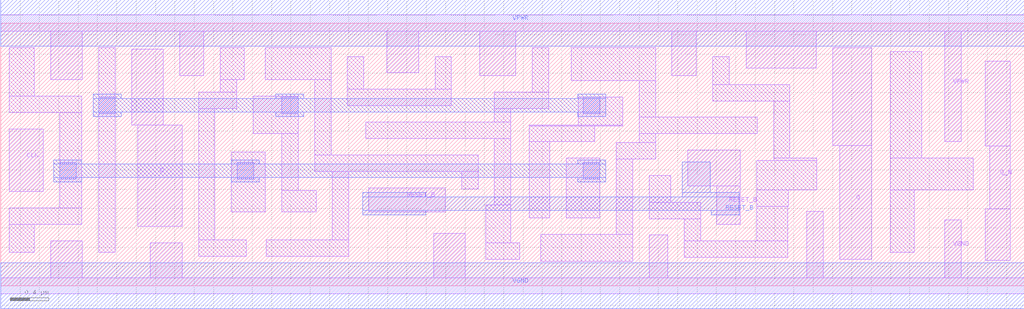
<source format=lef>
# Copyright 2020 The SkyWater PDK Authors
#
# Licensed under the Apache License, Version 2.0 (the "License");
# you may not use this file except in compliance with the License.
# You may obtain a copy of the License at
#
#     https://www.apache.org/licenses/LICENSE-2.0
#
# Unless required by applicable law or agreed to in writing, software
# distributed under the License is distributed on an "AS IS" BASIS,
# WITHOUT WARRANTIES OR CONDITIONS OF ANY KIND, either express or implied.
# See the License for the specific language governing permissions and
# limitations under the License.
#
# SPDX-License-Identifier: Apache-2.0

VERSION 5.5 ;
NAMESCASESENSITIVE ON ;
BUSBITCHARS "[]" ;
DIVIDERCHAR "/" ;
MACRO sky130_fd_sc_hd__dfrbp_1
  CLASS CORE ;
  SOURCE USER ;
  ORIGIN  0.000000  0.000000 ;
  SIZE  10.58000 BY  2.720000 ;
  SYMMETRY X Y R90 ;
  SITE unithd ;
  PIN D
    ANTENNAGATEAREA  0.126000 ;
    DIRECTION INPUT ;
    USE SIGNAL ;
    PORT
      LAYER li1 ;
        RECT 1.355000 1.665000 1.680000 2.450000 ;
        RECT 1.415000 0.615000 1.875000 1.665000 ;
    END
  END D
  PIN Q
    ANTENNADIFFAREA  0.449000 ;
    DIRECTION OUTPUT ;
    USE SIGNAL ;
    PORT
      LAYER li1 ;
        RECT 8.600000 1.455000 9.005000 2.465000 ;
        RECT 8.675000 0.275000 9.005000 1.455000 ;
    END
  END Q
  PIN Q_N
    ANTENNADIFFAREA  0.429000 ;
    DIRECTION OUTPUT ;
    USE SIGNAL ;
    PORT
      LAYER li1 ;
        RECT 10.180000 0.265000 10.435000 0.795000 ;
        RECT 10.180000 1.445000 10.435000 2.325000 ;
        RECT 10.225000 0.795000 10.435000 1.445000 ;
    END
  END Q_N
  PIN RESET_B
    ANTENNAGATEAREA  0.252000 ;
    DIRECTION INPUT ;
    USE SIGNAL ;
    PORT
      LAYER li1 ;
        RECT 3.805000 0.765000 4.595000 1.015000 ;
    END
    PORT
      LAYER li1 ;
        RECT 7.105000 1.035000 7.645000 1.405000 ;
        RECT 7.405000 0.635000 7.645000 1.035000 ;
    END
    PORT
      LAYER met1 ;
        RECT 3.745000 0.735000 4.395000 0.780000 ;
        RECT 3.745000 0.780000 7.635000 0.920000 ;
        RECT 3.745000 0.920000 4.395000 0.965000 ;
        RECT 7.045000 0.920000 7.635000 0.965000 ;
        RECT 7.045000 0.965000 7.335000 1.280000 ;
        RECT 7.345000 0.735000 7.635000 0.780000 ;
    END
  END RESET_B
  PIN CLK
    ANTENNAGATEAREA  0.159000 ;
    DIRECTION INPUT ;
    USE CLOCK ;
    PORT
      LAYER li1 ;
        RECT 0.090000 0.975000 0.440000 1.625000 ;
    END
  END CLK
  PIN VGND
    DIRECTION INOUT ;
    SHAPE ABUTMENT ;
    USE GROUND ;
    PORT
      LAYER li1 ;
        RECT 0.000000 -0.085000 10.580000 0.085000 ;
        RECT 0.515000  0.085000  0.845000 0.465000 ;
        RECT 1.545000  0.085000  1.875000 0.445000 ;
        RECT 4.475000  0.085000  4.805000 0.545000 ;
        RECT 6.705000  0.085000  6.895000 0.525000 ;
        RECT 8.335000  0.085000  8.505000 0.770000 ;
        RECT 9.760000  0.085000  9.930000 0.680000 ;
    END
    PORT
      LAYER met1 ;
        RECT 0.000000 -0.240000 10.580000 0.240000 ;
    END
  END VGND
  PIN VPWR
    DIRECTION INOUT ;
    SHAPE ABUTMENT ;
    USE POWER ;
    PORT
      LAYER li1 ;
        RECT 0.000000 2.635000 10.580000 2.805000 ;
        RECT 0.515000 2.135000  0.845000 2.635000 ;
        RECT 1.850000 2.175000  2.100000 2.635000 ;
        RECT 3.990000 2.205000  4.320000 2.635000 ;
        RECT 4.955000 2.175000  5.325000 2.635000 ;
        RECT 6.940000 2.175000  7.190000 2.635000 ;
        RECT 7.710000 2.255000  8.430000 2.635000 ;
        RECT 9.760000 1.495000  9.930000 2.635000 ;
    END
    PORT
      LAYER met1 ;
        RECT 0.000000 2.480000 10.580000 2.960000 ;
    END
  END VPWR
  OBS
    LAYER li1 ;
      RECT 0.090000 0.345000  0.345000 0.635000 ;
      RECT 0.090000 0.635000  0.840000 0.805000 ;
      RECT 0.090000 1.795000  0.840000 1.965000 ;
      RECT 0.090000 1.965000  0.345000 2.465000 ;
      RECT 0.610000 0.805000  0.840000 1.795000 ;
      RECT 1.015000 0.345000  1.185000 2.465000 ;
      RECT 2.045000 0.305000  2.540000 0.475000 ;
      RECT 2.045000 0.475000  2.215000 1.835000 ;
      RECT 2.045000 1.835000  2.440000 2.005000 ;
      RECT 2.270000 2.005000  2.440000 2.135000 ;
      RECT 2.270000 2.135000  2.520000 2.465000 ;
      RECT 2.385000 0.765000  2.735000 1.385000 ;
      RECT 2.610000 1.575000  3.075000 1.965000 ;
      RECT 2.735000 2.135000  3.415000 2.465000 ;
      RECT 2.745000 0.305000  3.600000 0.475000 ;
      RECT 2.905000 0.765000  3.260000 0.985000 ;
      RECT 2.905000 0.985000  3.075000 1.575000 ;
      RECT 3.245000 1.185000  4.935000 1.355000 ;
      RECT 3.245000 1.355000  3.415000 2.135000 ;
      RECT 3.430000 0.475000  3.600000 1.185000 ;
      RECT 3.585000 1.865000  4.660000 2.035000 ;
      RECT 3.585000 2.035000  3.755000 2.375000 ;
      RECT 3.775000 1.525000  5.275000 1.695000 ;
      RECT 4.490000 2.035000  4.660000 2.375000 ;
      RECT 4.765000 1.005000  4.935000 1.185000 ;
      RECT 5.015000 0.275000  5.365000 0.445000 ;
      RECT 5.015000 0.445000  5.275000 0.835000 ;
      RECT 5.105000 0.835000  5.275000 1.525000 ;
      RECT 5.105000 1.695000  5.275000 1.835000 ;
      RECT 5.105000 1.835000  5.665000 2.005000 ;
      RECT 5.465000 0.705000  5.675000 1.495000 ;
      RECT 5.465000 1.495000  6.140000 1.655000 ;
      RECT 5.465000 1.655000  6.430000 1.665000 ;
      RECT 5.495000 2.005000  5.665000 2.465000 ;
      RECT 5.585000 0.255000  6.535000 0.535000 ;
      RECT 5.845000 0.705000  6.195000 1.325000 ;
      RECT 5.900000 2.125000  6.770000 2.465000 ;
      RECT 5.970000 1.665000  6.430000 1.955000 ;
      RECT 6.365000 0.535000  6.535000 1.315000 ;
      RECT 6.365000 1.315000  6.770000 1.485000 ;
      RECT 6.600000 1.485000  6.770000 1.575000 ;
      RECT 6.600000 1.575000  7.820000 1.745000 ;
      RECT 6.600000 1.745000  6.770000 2.125000 ;
      RECT 6.705000 0.695000  7.235000 0.865000 ;
      RECT 6.705000 0.865000  6.925000 1.145000 ;
      RECT 7.065000 0.295000  8.135000 0.465000 ;
      RECT 7.065000 0.465000  7.235000 0.695000 ;
      RECT 7.360000 1.915000  8.160000 2.085000 ;
      RECT 7.360000 2.085000  7.530000 2.375000 ;
      RECT 7.815000 0.465000  8.135000 0.820000 ;
      RECT 7.815000 0.820000  8.140000 0.995000 ;
      RECT 7.815000 0.995000  8.435000 1.295000 ;
      RECT 7.990000 1.295000  8.435000 1.325000 ;
      RECT 7.990000 1.325000  8.160000 1.915000 ;
      RECT 9.195000 0.345000  9.445000 0.995000 ;
      RECT 9.195000 0.995000 10.055000 1.325000 ;
      RECT 9.195000 1.325000  9.525000 2.425000 ;
    LAYER mcon ;
      RECT 0.610000 1.105000 0.780000 1.275000 ;
      RECT 1.015000 1.785000 1.185000 1.955000 ;
      RECT 2.445000 1.105000 2.615000 1.275000 ;
      RECT 2.905000 1.785000 3.075000 1.955000 ;
      RECT 6.025000 1.105000 6.195000 1.275000 ;
      RECT 6.025000 1.785000 6.195000 1.955000 ;
    LAYER met1 ;
      RECT 0.550000 1.075000 0.840000 1.120000 ;
      RECT 0.550000 1.120000 6.255000 1.260000 ;
      RECT 0.550000 1.260000 0.840000 1.305000 ;
      RECT 0.955000 1.755000 1.245000 1.800000 ;
      RECT 0.955000 1.800000 6.255000 1.940000 ;
      RECT 0.955000 1.940000 1.245000 1.985000 ;
      RECT 2.385000 1.075000 2.675000 1.120000 ;
      RECT 2.385000 1.260000 2.675000 1.305000 ;
      RECT 2.845000 1.755000 3.135000 1.800000 ;
      RECT 2.845000 1.940000 3.135000 1.985000 ;
      RECT 5.965000 1.075000 6.255000 1.120000 ;
      RECT 5.965000 1.260000 6.255000 1.305000 ;
      RECT 5.965000 1.755000 6.255000 1.800000 ;
      RECT 5.965000 1.940000 6.255000 1.985000 ;
  END
END sky130_fd_sc_hd__dfrbp_1
END LIBRARY

</source>
